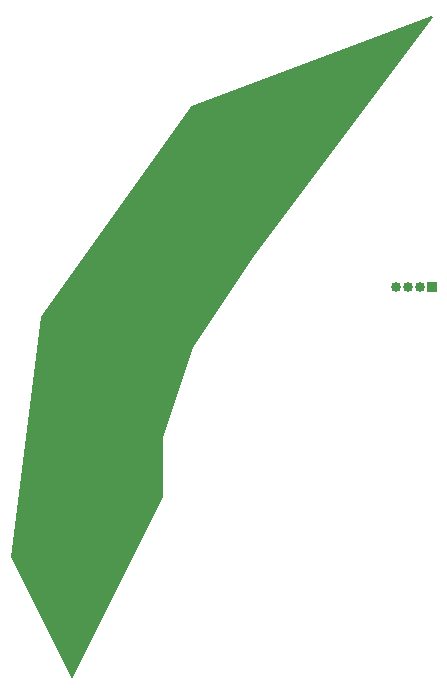
<source format=gts>
%TF.GenerationSoftware,KiCad,Pcbnew,7.0.9-7.0.9~ubuntu22.04.1*%
%TF.CreationDate,2023-11-13T17:06:59-08:00*%
%TF.ProjectId,main_board,6d61696e-5f62-46f6-9172-642e6b696361,rev?*%
%TF.SameCoordinates,Original*%
%TF.FileFunction,Soldermask,Top*%
%TF.FilePolarity,Negative*%
%FSLAX46Y46*%
G04 Gerber Fmt 4.6, Leading zero omitted, Abs format (unit mm)*
G04 Created by KiCad (PCBNEW 7.0.9-7.0.9~ubuntu22.04.1) date 2023-11-13 17:06:59*
%MOMM*%
%LPD*%
G01*
G04 APERTURE LIST*
%ADD10C,0.200000*%
%ADD11O,0.850000X0.850000*%
%ADD12R,0.850000X0.850000*%
G04 APERTURE END LIST*
D10*
X121920000Y-71120000D02*
X116840000Y-78740000D01*
X114300000Y-86360000D01*
X114300000Y-91440000D01*
X106680000Y-106680000D01*
X101600000Y-96520000D01*
X104140000Y-76200000D01*
X116840000Y-58420000D01*
X137160000Y-50800000D01*
X121920000Y-71120000D01*
G36*
X121920000Y-71120000D02*
G01*
X116840000Y-78740000D01*
X114300000Y-86360000D01*
X114300000Y-91440000D01*
X106680000Y-106680000D01*
X101600000Y-96520000D01*
X104140000Y-76200000D01*
X116840000Y-58420000D01*
X137160000Y-50800000D01*
X121920000Y-71120000D01*
G37*
D11*
%TO.C,J1*%
X134160000Y-73660000D03*
X135160000Y-73660000D03*
X136160000Y-73660000D03*
D12*
X137160000Y-73660000D03*
%TD*%
M02*

</source>
